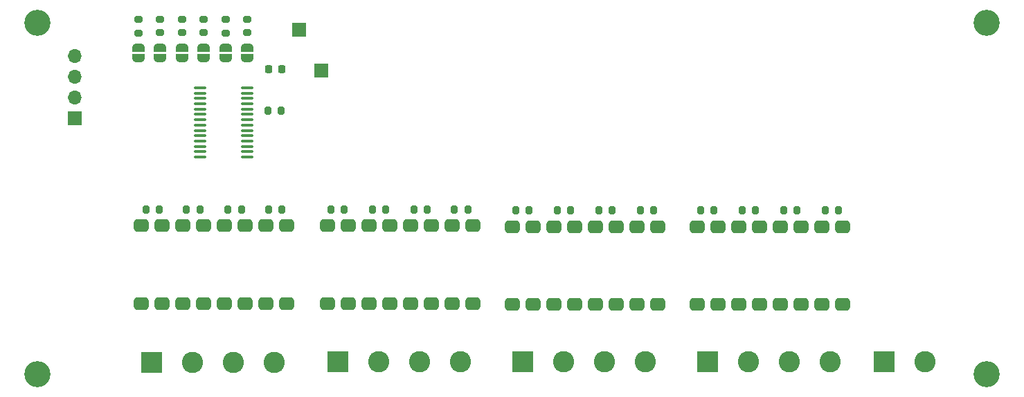
<source format=gts>
%TF.GenerationSoftware,KiCad,Pcbnew,(6.0.0)*%
%TF.CreationDate,2022-10-09T23:28:55-04:00*%
%TF.ProjectId,i2c 24vout,69326320-3234-4766-9f75-742e6b696361,rev?*%
%TF.SameCoordinates,Original*%
%TF.FileFunction,Soldermask,Top*%
%TF.FilePolarity,Negative*%
%FSLAX46Y46*%
G04 Gerber Fmt 4.6, Leading zero omitted, Abs format (unit mm)*
G04 Created by KiCad (PCBNEW (6.0.0)) date 2022-10-09 23:28:55*
%MOMM*%
%LPD*%
G01*
G04 APERTURE LIST*
G04 Aperture macros list*
%AMRoundRect*
0 Rectangle with rounded corners*
0 $1 Rounding radius*
0 $2 $3 $4 $5 $6 $7 $8 $9 X,Y pos of 4 corners*
0 Add a 4 corners polygon primitive as box body*
4,1,4,$2,$3,$4,$5,$6,$7,$8,$9,$2,$3,0*
0 Add four circle primitives for the rounded corners*
1,1,$1+$1,$2,$3*
1,1,$1+$1,$4,$5*
1,1,$1+$1,$6,$7*
1,1,$1+$1,$8,$9*
0 Add four rect primitives between the rounded corners*
20,1,$1+$1,$2,$3,$4,$5,0*
20,1,$1+$1,$4,$5,$6,$7,0*
20,1,$1+$1,$6,$7,$8,$9,0*
20,1,$1+$1,$8,$9,$2,$3,0*%
%AMFreePoly0*
4,1,22,0.500000,-0.750000,0.000000,-0.750000,0.000000,-0.745033,-0.079941,-0.743568,-0.215256,-0.701293,-0.333266,-0.622738,-0.424486,-0.514219,-0.481581,-0.384460,-0.499164,-0.250000,-0.500000,-0.250000,-0.500000,0.250000,-0.499164,0.250000,-0.499963,0.256109,-0.478152,0.396186,-0.417904,0.524511,-0.324060,0.630769,-0.204165,0.706417,-0.067858,0.745374,0.000000,0.744959,0.000000,0.750000,
0.500000,0.750000,0.500000,-0.750000,0.500000,-0.750000,$1*%
%AMFreePoly1*
4,1,20,0.000000,0.744959,0.073905,0.744508,0.209726,0.703889,0.328688,0.626782,0.421226,0.519385,0.479903,0.390333,0.500000,0.250000,0.500000,-0.250000,0.499851,-0.262216,0.476331,-0.402017,0.414519,-0.529596,0.319384,-0.634700,0.198574,-0.708877,0.061801,-0.746166,0.000000,-0.745033,0.000000,-0.750000,-0.500000,-0.750000,-0.500000,0.750000,0.000000,0.750000,0.000000,0.744959,
0.000000,0.744959,$1*%
G04 Aperture macros list end*
%ADD10R,2.600000X2.600000*%
%ADD11C,2.600000*%
%ADD12RoundRect,0.200000X0.200000X0.275000X-0.200000X0.275000X-0.200000X-0.275000X0.200000X-0.275000X0*%
%ADD13RoundRect,0.334400X-0.555600X0.425600X-0.555600X-0.425600X0.555600X-0.425600X0.555600X0.425600X0*%
%ADD14FreePoly0,90.000000*%
%ADD15FreePoly1,90.000000*%
%ADD16RoundRect,0.200000X0.275000X-0.200000X0.275000X0.200000X-0.275000X0.200000X-0.275000X-0.200000X0*%
%ADD17C,3.200000*%
%ADD18RoundRect,0.225000X-0.225000X-0.250000X0.225000X-0.250000X0.225000X0.250000X-0.225000X0.250000X0*%
%ADD19R,1.700000X1.700000*%
%ADD20O,1.700000X1.700000*%
%ADD21RoundRect,0.200000X-0.200000X-0.275000X0.200000X-0.275000X0.200000X0.275000X-0.200000X0.275000X0*%
%ADD22RoundRect,0.100000X-0.637500X-0.100000X0.637500X-0.100000X0.637500X0.100000X-0.637500X0.100000X0*%
G04 APERTURE END LIST*
D10*
%TO.C,J1*%
X197946000Y-125313000D03*
D11*
X202946000Y-125313000D03*
%TD*%
D10*
%TO.C,J4*%
X153703000Y-125313000D03*
D11*
X158703000Y-125313000D03*
X163703000Y-125313000D03*
X168703000Y-125313000D03*
%TD*%
D12*
%TO.C,R9*%
X154535000Y-106847000D03*
X152885000Y-106847000D03*
%TD*%
D13*
%TO.C,U1*%
X124881000Y-108702000D03*
X122341000Y-108702000D03*
X119801000Y-108702000D03*
X117261000Y-108702000D03*
X114721000Y-108702000D03*
X112181000Y-108702000D03*
X109641000Y-108702000D03*
X107101000Y-108702000D03*
X107101000Y-118222000D03*
X109641000Y-118222000D03*
X112181000Y-118222000D03*
X114721000Y-118222000D03*
X117261000Y-118222000D03*
X119801000Y-118222000D03*
X122341000Y-118222000D03*
X124881000Y-118222000D03*
%TD*%
%TO.C,U4*%
X192826000Y-108818000D03*
X190286000Y-108818000D03*
X187746000Y-108818000D03*
X185206000Y-108818000D03*
X182666000Y-108818000D03*
X180126000Y-108818000D03*
X177586000Y-108818000D03*
X175046000Y-108818000D03*
X175046000Y-118338000D03*
X177586000Y-118338000D03*
X180126000Y-118338000D03*
X182666000Y-118338000D03*
X185206000Y-118338000D03*
X187746000Y-118338000D03*
X190286000Y-118338000D03*
X192826000Y-118338000D03*
%TD*%
D14*
%TO.C,JP6*%
X120055000Y-88193000D03*
D15*
X120055000Y-86893000D03*
%TD*%
D16*
%TO.C,R33*%
X106720000Y-85096000D03*
X106720000Y-83446000D03*
%TD*%
D12*
%TO.C,R5*%
X131929000Y-106720000D03*
X130279000Y-106720000D03*
%TD*%
D14*
%TO.C,JP3*%
X112054000Y-88193000D03*
D15*
X112054000Y-86893000D03*
%TD*%
D12*
%TO.C,R2*%
X114276000Y-106720000D03*
X112626000Y-106720000D03*
%TD*%
D10*
%TO.C,J2*%
X108364000Y-125440000D03*
D11*
X113364000Y-125440000D03*
X118364000Y-125440000D03*
X123364000Y-125440000D03*
%TD*%
D14*
%TO.C,JP1*%
X106720000Y-88193000D03*
D15*
X106720000Y-86893000D03*
%TD*%
D17*
%TO.C,REF\u002A\u002A*%
X94400000Y-83834000D03*
%TD*%
D12*
%TO.C,R12*%
X169775000Y-106847000D03*
X168125000Y-106847000D03*
%TD*%
D10*
%TO.C,J3*%
X131097000Y-125313000D03*
D11*
X136097000Y-125313000D03*
X141097000Y-125313000D03*
X146097000Y-125313000D03*
%TD*%
D12*
%TO.C,R3*%
X119356000Y-106720000D03*
X117706000Y-106720000D03*
%TD*%
D14*
%TO.C,JP2*%
X109387000Y-88193000D03*
D15*
X109387000Y-86893000D03*
%TD*%
D18*
%TO.C,C17*%
X122709000Y-89575000D03*
X124259000Y-89575000D03*
%TD*%
D12*
%TO.C,R11*%
X164695000Y-106847000D03*
X163045000Y-106847000D03*
%TD*%
%TO.C,R4*%
X124309000Y-106720000D03*
X122659000Y-106720000D03*
%TD*%
D16*
%TO.C,R38*%
X120055000Y-85081000D03*
X120055000Y-83431000D03*
%TD*%
D19*
%TO.C,J6*%
X99000000Y-95544000D03*
D20*
X99000000Y-93004000D03*
X99000000Y-90464000D03*
X99000000Y-87924000D03*
%TD*%
D21*
%TO.C,R39*%
X122583000Y-94655000D03*
X124233000Y-94655000D03*
%TD*%
D12*
%TO.C,R10*%
X159615000Y-106847000D03*
X157965000Y-106847000D03*
%TD*%
%TO.C,R14*%
X182221000Y-106847000D03*
X180571000Y-106847000D03*
%TD*%
D22*
%TO.C,U5*%
X114322500Y-91834000D03*
X114322500Y-92484000D03*
X114322500Y-93134000D03*
X114322500Y-93784000D03*
X114322500Y-94434000D03*
X114322500Y-95084000D03*
X114322500Y-95734000D03*
X114322500Y-96384000D03*
X114322500Y-97034000D03*
X114322500Y-97684000D03*
X114322500Y-98334000D03*
X114322500Y-98984000D03*
X114322500Y-99634000D03*
X114322500Y-100284000D03*
X120047500Y-100284000D03*
X120047500Y-99634000D03*
X120047500Y-98984000D03*
X120047500Y-98334000D03*
X120047500Y-97684000D03*
X120047500Y-97034000D03*
X120047500Y-96384000D03*
X120047500Y-95734000D03*
X120047500Y-95084000D03*
X120047500Y-94434000D03*
X120047500Y-93784000D03*
X120047500Y-93134000D03*
X120047500Y-92484000D03*
X120047500Y-91834000D03*
%TD*%
D10*
%TO.C,J5*%
X176309000Y-125313000D03*
D11*
X181309000Y-125313000D03*
X186309000Y-125313000D03*
X191309000Y-125313000D03*
%TD*%
D16*
%TO.C,R37*%
X117388000Y-85096000D03*
X117388000Y-83446000D03*
%TD*%
D19*
%TO.C,J9*%
X129072000Y-89702000D03*
%TD*%
D17*
%TO.C,REF\u002A\u002A*%
X210479000Y-83834000D03*
%TD*%
D12*
%TO.C,R8*%
X147042000Y-106720000D03*
X145392000Y-106720000D03*
%TD*%
D19*
%TO.C,J8*%
X126405000Y-84749000D03*
%TD*%
D12*
%TO.C,R1*%
X109323000Y-106720000D03*
X107673000Y-106720000D03*
%TD*%
D17*
%TO.C,REF\u002A\u002A*%
X210479000Y-126913000D03*
%TD*%
D16*
%TO.C,R36*%
X114721000Y-85081000D03*
X114721000Y-83431000D03*
%TD*%
D12*
%TO.C,R16*%
X192381000Y-106847000D03*
X190731000Y-106847000D03*
%TD*%
D16*
%TO.C,R35*%
X112054000Y-85081000D03*
X112054000Y-83431000D03*
%TD*%
D14*
%TO.C,JP5*%
X117388000Y-88193000D03*
D15*
X117388000Y-86893000D03*
%TD*%
D13*
%TO.C,U2*%
X147614000Y-108702000D03*
X145074000Y-108702000D03*
X142534000Y-108702000D03*
X139994000Y-108702000D03*
X137454000Y-108702000D03*
X134914000Y-108702000D03*
X132374000Y-108702000D03*
X129834000Y-108702000D03*
X129834000Y-118222000D03*
X132374000Y-118222000D03*
X134914000Y-118222000D03*
X137454000Y-118222000D03*
X139994000Y-118222000D03*
X142534000Y-118222000D03*
X145074000Y-118222000D03*
X147614000Y-118222000D03*
%TD*%
D14*
%TO.C,JP4*%
X114721000Y-88193000D03*
D15*
X114721000Y-86893000D03*
%TD*%
D13*
%TO.C,U3*%
X170220000Y-108818000D03*
X167680000Y-108818000D03*
X165140000Y-108818000D03*
X162600000Y-108818000D03*
X160060000Y-108818000D03*
X157520000Y-108818000D03*
X154980000Y-108818000D03*
X152440000Y-108818000D03*
X152440000Y-118338000D03*
X154980000Y-118338000D03*
X157520000Y-118338000D03*
X160060000Y-118338000D03*
X162600000Y-118338000D03*
X165140000Y-118338000D03*
X167680000Y-118338000D03*
X170220000Y-118338000D03*
%TD*%
D12*
%TO.C,R13*%
X177141000Y-106847000D03*
X175491000Y-106847000D03*
%TD*%
%TO.C,R7*%
X142089000Y-106720000D03*
X140439000Y-106720000D03*
%TD*%
%TO.C,R6*%
X137009000Y-106720000D03*
X135359000Y-106720000D03*
%TD*%
D17*
%TO.C,REF\u002A\u002A*%
X94400000Y-126913000D03*
%TD*%
D16*
%TO.C,R34*%
X109387000Y-85081000D03*
X109387000Y-83431000D03*
%TD*%
D12*
%TO.C,R15*%
X187301000Y-106847000D03*
X185651000Y-106847000D03*
%TD*%
M02*

</source>
